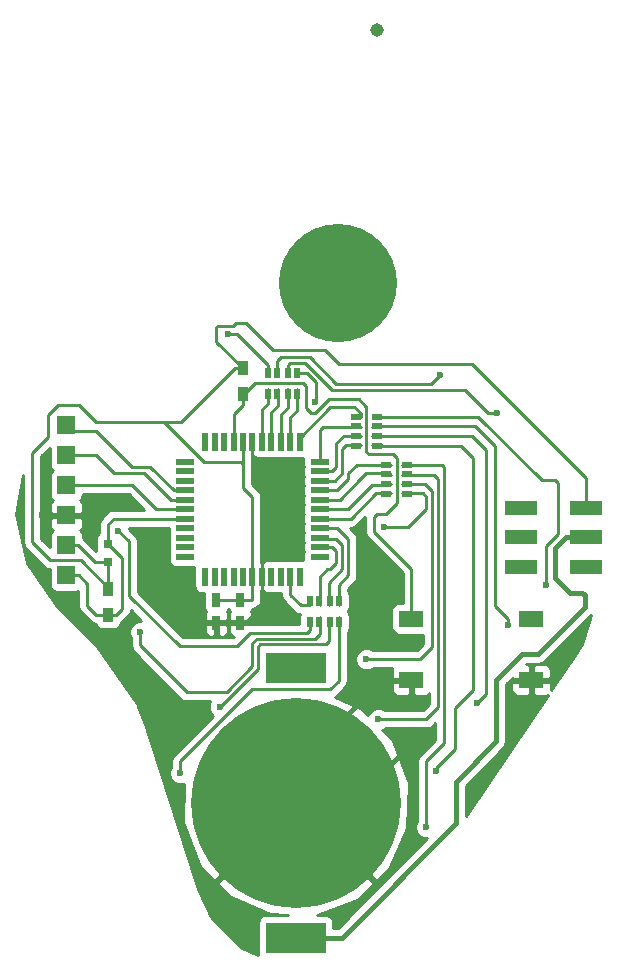
<source format=gbr>
G04 #@! TF.FileFunction,Copper,L1,Top,Signal*
%FSLAX46Y46*%
G04 Gerber Fmt 4.6, Leading zero omitted, Abs format (unit mm)*
G04 Created by KiCad (PCBNEW 4.0.4-snap1-stable) date Wed May  1 15:14:01 2019*
%MOMM*%
%LPD*%
G01*
G04 APERTURE LIST*
%ADD10C,0.100000*%
%ADD11R,0.550000X1.500000*%
%ADD12R,1.500000X0.550000*%
%ADD13C,17.780000*%
%ADD14R,5.080000X2.540000*%
%ADD15R,1.524000X1.524000*%
%ADD16R,0.900000X1.200000*%
%ADD17R,0.750000X1.200000*%
%ADD18R,0.797560X0.797560*%
%ADD19R,0.510000X0.900000*%
%ADD20R,0.525000X0.900000*%
%ADD21R,0.900000X0.510000*%
%ADD22R,0.900000X0.525000*%
%ADD23R,2.750000X1.200000*%
%ADD24C,10.000000*%
%ADD25R,2.100000X1.400000*%
%ADD26C,1.143000*%
%ADD27C,0.600000*%
%ADD28C,0.400000*%
%ADD29C,0.250000*%
%ADD30C,0.254000*%
G04 APERTURE END LIST*
D10*
D11*
X151320000Y-114696000D03*
X150520000Y-114696000D03*
X149720000Y-114696000D03*
X148920000Y-114696000D03*
X148120000Y-114696000D03*
X147320000Y-114696000D03*
X146520000Y-114696000D03*
X145720000Y-114696000D03*
X144920000Y-114696000D03*
X144120000Y-114696000D03*
X143320000Y-114696000D03*
D12*
X141620000Y-116396000D03*
X141620000Y-117196000D03*
X141620000Y-117996000D03*
X141620000Y-118796000D03*
X141620000Y-119596000D03*
X141620000Y-120396000D03*
X141620000Y-121196000D03*
X141620000Y-121996000D03*
X141620000Y-122796000D03*
X141620000Y-123596000D03*
X141620000Y-124396000D03*
D11*
X143320000Y-126096000D03*
X144120000Y-126096000D03*
X144920000Y-126096000D03*
X145720000Y-126096000D03*
X146520000Y-126096000D03*
X147320000Y-126096000D03*
X148120000Y-126096000D03*
X148920000Y-126096000D03*
X149720000Y-126096000D03*
X150520000Y-126096000D03*
X151320000Y-126096000D03*
D12*
X153020000Y-124396000D03*
X153020000Y-123596000D03*
X153020000Y-122796000D03*
X153020000Y-121996000D03*
X153020000Y-121196000D03*
X153020000Y-120396000D03*
X153020000Y-119596000D03*
X153020000Y-118796000D03*
X153020000Y-117996000D03*
X153020000Y-117196000D03*
X153020000Y-116396000D03*
D13*
X150972520Y-145232120D03*
D14*
X150972520Y-133802120D03*
X150972520Y-156662120D03*
D15*
X131572000Y-125984000D03*
X131572000Y-123444000D03*
X131572000Y-120904000D03*
X131572000Y-118364000D03*
X131572000Y-115824000D03*
X131572000Y-113284000D03*
D16*
X135102600Y-127119200D03*
X135102600Y-129319200D03*
D17*
X146304000Y-128082000D03*
X146304000Y-129982000D03*
X144272000Y-128082000D03*
X144272000Y-129982000D03*
D16*
X146481800Y-108450200D03*
X146481800Y-110650200D03*
D18*
X135102600Y-123355100D03*
X135102600Y-124853700D03*
D19*
X148615000Y-108828000D03*
X148615000Y-110628000D03*
X149430000Y-108828000D03*
X149430000Y-110628000D03*
D20*
X150290000Y-108828000D03*
D19*
X150290000Y-110628000D03*
X151105000Y-108828000D03*
X151105000Y-110628000D03*
D21*
X158612000Y-119101000D03*
X160412000Y-119101000D03*
X158612000Y-118286000D03*
X160412000Y-118286000D03*
D22*
X158612000Y-117426000D03*
D21*
X160412000Y-117426000D03*
X158612000Y-116611000D03*
X160412000Y-116611000D03*
X156072000Y-115037000D03*
X157872000Y-115037000D03*
X156072000Y-114222000D03*
X157872000Y-114222000D03*
D22*
X156072000Y-113362000D03*
D21*
X157872000Y-113362000D03*
X156072000Y-112547000D03*
X157872000Y-112547000D03*
D19*
X152171000Y-128132000D03*
X152171000Y-129932000D03*
X152986000Y-128132000D03*
X152986000Y-129932000D03*
D20*
X153846000Y-128132000D03*
D19*
X153846000Y-129932000D03*
X154661000Y-128132000D03*
X154661000Y-129932000D03*
D23*
X170046200Y-125258200D03*
X175546200Y-125258200D03*
X170046200Y-122758200D03*
X175546200Y-122758200D03*
X170046200Y-120258200D03*
X175546200Y-120258200D03*
D24*
X154533600Y-101269800D03*
D25*
X160787000Y-129657800D03*
X170937000Y-129657800D03*
X160787000Y-134857800D03*
X170937000Y-134857800D03*
D26*
X157861000Y-79781400D03*
D27*
X149453600Y-121081800D03*
X169849800Y-137591800D03*
X142570200Y-129413000D03*
X160401000Y-140589000D03*
X129540000Y-120904000D03*
X141224000Y-142748000D03*
X172135800Y-126796800D03*
X162052000Y-147320000D03*
X145262600Y-105537000D03*
X144551400Y-137109200D03*
X168986200Y-130225800D03*
X157988000Y-138176000D03*
X163195000Y-109042200D03*
X137795000Y-130784600D03*
X166319200Y-136829800D03*
X156972000Y-133096000D03*
X168046400Y-112242600D03*
X135966200Y-122199400D03*
X162864800Y-142595600D03*
X158496000Y-121920000D03*
X152577800Y-111328200D03*
D28*
X150972520Y-156662120D02*
X154868880Y-156662120D01*
X173837600Y-122758200D02*
X175546200Y-122758200D01*
X172897800Y-123698000D02*
X173837600Y-122758200D01*
X172897800Y-126212600D02*
X172897800Y-123698000D01*
X174167800Y-127482600D02*
X172897800Y-126212600D01*
X175260000Y-127482600D02*
X174167800Y-127482600D01*
X175463200Y-127685800D02*
X175260000Y-127482600D01*
X175463200Y-128701800D02*
X175463200Y-127685800D01*
X171500800Y-132664200D02*
X175463200Y-128701800D01*
X170154600Y-132664200D02*
X171500800Y-132664200D01*
X167970200Y-134848600D02*
X170154600Y-132664200D01*
X167970200Y-140055600D02*
X167970200Y-134848600D01*
X164566600Y-143459200D02*
X167970200Y-140055600D01*
X164566600Y-146964400D02*
X164566600Y-143459200D01*
X154868880Y-156662120D02*
X164566600Y-146964400D01*
D29*
X150972520Y-133802120D02*
X150058120Y-133802120D01*
D28*
X148120000Y-122275600D02*
X148259800Y-122275600D01*
X148259800Y-122275600D02*
X149453600Y-121081800D01*
X170937000Y-134857800D02*
X170937000Y-136824800D01*
X170170000Y-137591800D02*
X169849800Y-137591800D01*
X170937000Y-136824800D02*
X170170000Y-137591800D01*
X160787000Y-134857800D02*
X158283600Y-134857800D01*
X158283600Y-134857800D02*
X150972520Y-142168880D01*
X150972520Y-142168880D02*
X150972520Y-145232120D01*
X144272000Y-129982000D02*
X143139200Y-129982000D01*
X143139200Y-129982000D02*
X142570200Y-129413000D01*
X150972520Y-145232120D02*
X155757880Y-145232120D01*
X155757880Y-145232120D02*
X160401000Y-140589000D01*
X150972520Y-145232120D02*
X154843480Y-145232120D01*
X131572000Y-120904000D02*
X129540000Y-120904000D01*
D29*
X146304000Y-129982000D02*
X144272000Y-129982000D01*
X148120000Y-126096000D02*
X148120000Y-128545602D01*
X146683602Y-129982000D02*
X146304000Y-129982000D01*
X148120000Y-128545602D02*
X146683602Y-129982000D01*
X148120000Y-126096000D02*
X148120000Y-122275600D01*
X148120000Y-122275600D02*
X148120000Y-118656000D01*
X147320000Y-117856000D02*
X147320000Y-114696000D01*
X148120000Y-118656000D02*
X147320000Y-117856000D01*
X131572000Y-120904000D02*
X131064000Y-120904000D01*
X154616000Y-129532000D02*
X154616000Y-134944000D01*
X141224000Y-141732000D02*
X141224000Y-142748000D01*
X147320000Y-135636000D02*
X141224000Y-141732000D01*
X153924000Y-135636000D02*
X147320000Y-135636000D01*
X154616000Y-134944000D02*
X153924000Y-135636000D01*
X157872000Y-112547000D02*
X166395000Y-112547000D01*
X172135800Y-123469400D02*
X172135800Y-126796800D01*
X173151800Y-122453400D02*
X172135800Y-123469400D01*
X173151800Y-118160800D02*
X173151800Y-122453400D01*
X172948600Y-117957600D02*
X173151800Y-118160800D01*
X171805600Y-117957600D02*
X172948600Y-117957600D01*
X166395000Y-112547000D02*
X171805600Y-117957600D01*
X160012000Y-116656000D02*
X163392000Y-116656000D01*
X162052000Y-141732000D02*
X162052000Y-147320000D01*
X163576000Y-140208000D02*
X162052000Y-141732000D01*
X163576000Y-116840000D02*
X163576000Y-140208000D01*
X163392000Y-116656000D02*
X163576000Y-116840000D01*
X148622500Y-109103000D02*
X148622500Y-108160300D01*
X145999200Y-105537000D02*
X145262600Y-105537000D01*
X148622500Y-108160300D02*
X145999200Y-105537000D01*
X153828500Y-129657000D02*
X153828500Y-131540500D01*
X147777200Y-133883400D02*
X144551400Y-137109200D01*
X147777200Y-132029200D02*
X147777200Y-133883400D01*
X147980400Y-131826000D02*
X147777200Y-132029200D01*
X153543000Y-131826000D02*
X147980400Y-131826000D01*
X153828500Y-131540500D02*
X153543000Y-131826000D01*
X157872000Y-113362000D02*
X166168600Y-113362000D01*
X168986200Y-129667000D02*
X168986200Y-130225800D01*
X167868600Y-128549400D02*
X168986200Y-129667000D01*
X167868600Y-115062000D02*
X167868600Y-128549400D01*
X166168600Y-113362000D02*
X167868600Y-115062000D01*
X157472000Y-113392000D02*
X157880000Y-113392000D01*
X160012000Y-117456000D02*
X162668000Y-117456000D01*
X162052000Y-138176000D02*
X157988000Y-138176000D01*
X163068000Y-137160000D02*
X162052000Y-138176000D01*
X163068000Y-117856000D02*
X163068000Y-137160000D01*
X162668000Y-117456000D02*
X163068000Y-117856000D01*
X149430000Y-108828000D02*
X149430000Y-107846600D01*
X162458400Y-109778800D02*
X163195000Y-109042200D01*
X154432000Y-109778800D02*
X162458400Y-109778800D01*
X152178598Y-107525398D02*
X154432000Y-109778800D01*
X149751202Y-107525398D02*
X152178598Y-107525398D01*
X149430000Y-107846600D02*
X149751202Y-107525398D01*
X153003500Y-129657000D02*
X153003500Y-130943100D01*
X137795000Y-131927600D02*
X137795000Y-130784600D01*
X141757400Y-135890000D02*
X137795000Y-131927600D01*
X145134202Y-135890000D02*
X141757400Y-135890000D01*
X147320000Y-133704202D02*
X145134202Y-135890000D01*
X147320000Y-131749800D02*
X147320000Y-133704202D01*
X147701000Y-131368800D02*
X147320000Y-131749800D01*
X148089198Y-131368800D02*
X147701000Y-131368800D01*
X152577800Y-131368800D02*
X148089198Y-131368800D01*
X153003500Y-130943100D02*
X152577800Y-131368800D01*
X153016000Y-129532000D02*
X153016000Y-129940000D01*
X157872000Y-114222000D02*
X165936400Y-114222000D01*
X167081200Y-136067800D02*
X166319200Y-136829800D01*
X167081200Y-115366800D02*
X167081200Y-136067800D01*
X165936400Y-114222000D02*
X167081200Y-115366800D01*
X157472000Y-114192000D02*
X158096000Y-114192000D01*
X160012000Y-118256000D02*
X161944000Y-118256000D01*
X161544000Y-133096000D02*
X156972000Y-133096000D01*
X162560000Y-132080000D02*
X161544000Y-133096000D01*
X162560000Y-118872000D02*
X162560000Y-132080000D01*
X161944000Y-118256000D02*
X162560000Y-118872000D01*
X150290000Y-108828000D02*
X150290000Y-108155000D01*
X167284400Y-112242600D02*
X168046400Y-112242600D01*
X165328600Y-110286800D02*
X167284400Y-112242600D01*
X154076400Y-110286800D02*
X165328600Y-110286800D01*
X151765000Y-107975400D02*
X154076400Y-110286800D01*
X150469600Y-107975400D02*
X151765000Y-107975400D01*
X150290000Y-108155000D02*
X150469600Y-107975400D01*
X152178500Y-129657000D02*
X152178500Y-130650500D01*
X136880600Y-123113800D02*
X135966200Y-122199400D01*
X136880600Y-127736600D02*
X136880600Y-123113800D01*
X141147800Y-132003800D02*
X136880600Y-127736600D01*
X145999200Y-132003800D02*
X141147800Y-132003800D01*
X147116800Y-130886200D02*
X145999200Y-132003800D01*
X151942800Y-130886200D02*
X147116800Y-130886200D01*
X152178500Y-130650500D02*
X151942800Y-130886200D01*
X157872000Y-115037000D02*
X164998800Y-115037000D01*
X162864800Y-142265400D02*
X162864800Y-142595600D01*
X164439600Y-140690600D02*
X162864800Y-142265400D01*
X164439600Y-137236200D02*
X164439600Y-140690600D01*
X166014400Y-135661400D02*
X164439600Y-137236200D01*
X166014400Y-116052600D02*
X166014400Y-135661400D01*
X164998800Y-115037000D02*
X166014400Y-116052600D01*
X157472000Y-114992000D02*
X158312000Y-114992000D01*
X160012000Y-119056000D02*
X161728000Y-119056000D01*
X160528000Y-121920000D02*
X158496000Y-121920000D01*
X162052000Y-120396000D02*
X160528000Y-121920000D01*
X162052000Y-119380000D02*
X162052000Y-120396000D01*
X161728000Y-119056000D02*
X162052000Y-119380000D01*
X151105000Y-108828000D02*
X151931800Y-108828000D01*
X152704800Y-111201200D02*
X152577800Y-111328200D01*
X152704800Y-109601000D02*
X152704800Y-111201200D01*
X151931800Y-108828000D02*
X152704800Y-109601000D01*
X151105000Y-108828000D02*
X151169800Y-108828000D01*
X141620000Y-120396000D02*
X139192000Y-120396000D01*
X137160000Y-118364000D02*
X131572000Y-118364000D01*
X139192000Y-120396000D02*
X137160000Y-118364000D01*
X141620000Y-119596000D02*
X140424000Y-119596000D01*
X134112000Y-115824000D02*
X131572000Y-115824000D01*
X135636000Y-117348000D02*
X134112000Y-115824000D01*
X138176000Y-117348000D02*
X135636000Y-117348000D01*
X140424000Y-119596000D02*
X138176000Y-117348000D01*
X141620000Y-118796000D02*
X140640000Y-118796000D01*
X134112000Y-113792000D02*
X132080000Y-113792000D01*
X137160000Y-116840000D02*
X134112000Y-113792000D01*
X138684000Y-116840000D02*
X137160000Y-116840000D01*
X140640000Y-118796000D02*
X138684000Y-116840000D01*
X132080000Y-113792000D02*
X131572000Y-113284000D01*
X146481800Y-110650200D02*
X146601000Y-110650200D01*
X146601000Y-110650200D02*
X147548600Y-109702600D01*
X160787000Y-125481000D02*
X160787000Y-129657800D01*
X157607000Y-122301000D02*
X160787000Y-125481000D01*
X157607000Y-121081800D02*
X157607000Y-122301000D01*
X157886400Y-120802400D02*
X157607000Y-121081800D01*
X158623000Y-120802400D02*
X157886400Y-120802400D01*
X159537400Y-119888000D02*
X158623000Y-120802400D01*
X159537400Y-116052600D02*
X159537400Y-119888000D01*
X159207200Y-115722400D02*
X159537400Y-116052600D01*
X157148802Y-115722400D02*
X159207200Y-115722400D01*
X156972000Y-115545598D02*
X157148802Y-115722400D01*
X156972000Y-111760000D02*
X156972000Y-115545598D01*
X156311600Y-111099600D02*
X156972000Y-111760000D01*
X153797000Y-111099600D02*
X156311600Y-111099600D01*
X152654000Y-112242600D02*
X153797000Y-111099600D01*
X152273000Y-112242600D02*
X152654000Y-112242600D01*
X151892000Y-111861600D02*
X152273000Y-112242600D01*
X151892000Y-109956600D02*
X151892000Y-111861600D01*
X151638000Y-109702600D02*
X151892000Y-109956600D01*
X147548600Y-109702600D02*
X151638000Y-109702600D01*
X146481800Y-110650200D02*
X146159400Y-110650200D01*
X146481800Y-110650200D02*
X146481800Y-111531400D01*
X145720000Y-112293200D02*
X145720000Y-114696000D01*
X146481800Y-111531400D02*
X145720000Y-112293200D01*
X139852400Y-113004600D02*
X141274800Y-113004600D01*
X145829200Y-108450200D02*
X146481800Y-108450200D01*
X141274800Y-113004600D02*
X145829200Y-108450200D01*
X175546200Y-120258200D02*
X175546200Y-117786600D01*
X175546200Y-117786600D02*
X165887400Y-108127800D01*
X165887400Y-108127800D02*
X154686000Y-108127800D01*
X154686000Y-108127800D02*
X153466800Y-106908600D01*
X153466800Y-106908600D02*
X149072600Y-106908600D01*
X149072600Y-106908600D02*
X147091400Y-104927400D01*
X147091400Y-104927400D02*
X146812000Y-104648000D01*
X146812000Y-104648000D02*
X145897600Y-104648000D01*
X145897600Y-104648000D02*
X145694400Y-104851200D01*
X145694400Y-104851200D02*
X144424400Y-104851200D01*
X144424400Y-104851200D02*
X144272000Y-105003600D01*
X144272000Y-105003600D02*
X144272000Y-106240400D01*
X144272000Y-106240400D02*
X146481800Y-108450200D01*
X134061200Y-113004600D02*
X139852400Y-113004600D01*
X132638800Y-111582200D02*
X134061200Y-113004600D01*
X130860800Y-111582200D02*
X132638800Y-111582200D01*
X130022600Y-112420400D02*
X130860800Y-111582200D01*
X130022600Y-114249200D02*
X130022600Y-112420400D01*
X128676400Y-115595400D02*
X130022600Y-114249200D01*
X128676400Y-123190000D02*
X128676400Y-115595400D01*
X130200400Y-124714000D02*
X128676400Y-123190000D01*
X135102600Y-127119200D02*
X135102600Y-127025400D01*
X135102600Y-127025400D02*
X132791200Y-124714000D01*
X146354800Y-116408200D02*
X146520000Y-116573400D01*
X143256000Y-116408200D02*
X146354800Y-116408200D01*
X139852400Y-113004600D02*
X143256000Y-116408200D01*
X132791200Y-124714000D02*
X130200400Y-124714000D01*
X135102600Y-124853700D02*
X135102600Y-127119200D01*
X131572000Y-123444000D02*
X132562600Y-123444000D01*
X133972300Y-124853700D02*
X135102600Y-124853700D01*
X132562600Y-123444000D02*
X133972300Y-124853700D01*
X146812000Y-108204000D02*
X146812000Y-108120000D01*
X146304000Y-128082000D02*
X144272000Y-128082000D01*
X147320000Y-126096000D02*
X147320000Y-128016000D01*
X147254000Y-128082000D02*
X146304000Y-128082000D01*
X147320000Y-128016000D02*
X147254000Y-128082000D01*
X147320000Y-126096000D02*
X147320000Y-119380000D01*
X146520000Y-118580000D02*
X146520000Y-116573400D01*
X146520000Y-116573400D02*
X146520000Y-114696000D01*
X147320000Y-119380000D02*
X146520000Y-118580000D01*
X148120000Y-114696000D02*
X148120000Y-111976000D01*
X148660000Y-111436000D02*
X148660000Y-110228000D01*
X148120000Y-111976000D02*
X148660000Y-111436000D01*
X148920000Y-114696000D02*
X148920000Y-112192000D01*
X149460000Y-111652000D02*
X149460000Y-110228000D01*
X148920000Y-112192000D02*
X149460000Y-111652000D01*
X149720000Y-114696000D02*
X149720000Y-112408000D01*
X150368000Y-111760000D02*
X150368000Y-110236000D01*
X149720000Y-112408000D02*
X150368000Y-111760000D01*
X150368000Y-110236000D02*
X150260000Y-110228000D01*
X150520000Y-114696000D02*
X150520000Y-112624000D01*
X151060000Y-112084000D02*
X151060000Y-110228000D01*
X150520000Y-112624000D02*
X151060000Y-112084000D01*
X153020000Y-121196000D02*
X155664000Y-121196000D01*
X157804000Y-119056000D02*
X159012000Y-119056000D01*
X155664000Y-121196000D02*
X157804000Y-119056000D01*
X153020000Y-120396000D02*
X154432000Y-120396000D01*
X157480000Y-118364000D02*
X158904000Y-118364000D01*
X155448000Y-120396000D02*
X157480000Y-118364000D01*
X154432000Y-120396000D02*
X155448000Y-120396000D01*
X158904000Y-118364000D02*
X159012000Y-118256000D01*
X153020000Y-119596000D02*
X154724000Y-119596000D01*
X156972000Y-117348000D02*
X158904000Y-117348000D01*
X156464000Y-117856000D02*
X156972000Y-117348000D01*
X154724000Y-119596000D02*
X156464000Y-117856000D01*
X158904000Y-117348000D02*
X159012000Y-117456000D01*
X153020000Y-118796000D02*
X154508000Y-118796000D01*
X156140000Y-116656000D02*
X159012000Y-116656000D01*
X155448000Y-117348000D02*
X156140000Y-116656000D01*
X155448000Y-117856000D02*
X155448000Y-117348000D01*
X154508000Y-118796000D02*
X155448000Y-117856000D01*
X153020000Y-117996000D02*
X154292000Y-117996000D01*
X155264000Y-114992000D02*
X156472000Y-114992000D01*
X154940000Y-115316000D02*
X155264000Y-114992000D01*
X154940000Y-115824000D02*
X154940000Y-115316000D01*
X154940000Y-117348000D02*
X154940000Y-115824000D01*
X154292000Y-117996000D02*
X154940000Y-117348000D01*
X153020000Y-117196000D02*
X154076000Y-117196000D01*
X155048000Y-114192000D02*
X156472000Y-114192000D01*
X154432000Y-114808000D02*
X155048000Y-114192000D01*
X154432000Y-116840000D02*
X154432000Y-114808000D01*
X154076000Y-117196000D02*
X154432000Y-116840000D01*
X153020000Y-116396000D02*
X153020000Y-113680000D01*
X153308000Y-113392000D02*
X156472000Y-113392000D01*
X153020000Y-113680000D02*
X153308000Y-113392000D01*
X151320000Y-114696000D02*
X151320000Y-114364000D01*
X151320000Y-114364000D02*
X153924000Y-111760000D01*
X153924000Y-111760000D02*
X155956000Y-111760000D01*
X155956000Y-111760000D02*
X156472000Y-112276000D01*
X156472000Y-112276000D02*
X156472000Y-112592000D01*
X152216000Y-128532000D02*
X151392000Y-128532000D01*
X150520000Y-127660000D02*
X150520000Y-126096000D01*
X151392000Y-128532000D02*
X150520000Y-127660000D01*
X153016000Y-128532000D02*
X153016000Y-126092000D01*
X154076000Y-123596000D02*
X153020000Y-123596000D01*
X154432000Y-123952000D02*
X154076000Y-123596000D01*
X154432000Y-124968000D02*
X154432000Y-123952000D01*
X153924000Y-125476000D02*
X154432000Y-124968000D01*
X153632000Y-125476000D02*
X153924000Y-125476000D01*
X153016000Y-126092000D02*
X153632000Y-125476000D01*
X153816000Y-128532000D02*
X153816000Y-126600000D01*
X154432000Y-122936000D02*
X153160000Y-122936000D01*
X154940000Y-123444000D02*
X154432000Y-122936000D01*
X154940000Y-124460000D02*
X154940000Y-123444000D01*
X154940000Y-125476000D02*
X154940000Y-124460000D01*
X153816000Y-126600000D02*
X154940000Y-125476000D01*
X153160000Y-122936000D02*
X153020000Y-122796000D01*
X153020000Y-121996000D02*
X154508000Y-121996000D01*
X154616000Y-126816000D02*
X154616000Y-128532000D01*
X155448000Y-125984000D02*
X154616000Y-126816000D01*
X155448000Y-122936000D02*
X155448000Y-125984000D01*
X154508000Y-121996000D02*
X155448000Y-122936000D01*
X135102600Y-129319200D02*
X135806000Y-129319200D01*
X136296400Y-124548900D02*
X135102600Y-123355100D01*
X136296400Y-128828800D02*
X136296400Y-124548900D01*
X135806000Y-129319200D02*
X136296400Y-128828800D01*
X131572000Y-125984000D02*
X131191000Y-125984000D01*
X135102600Y-123355100D02*
X135102600Y-121666000D01*
X135102600Y-121666000D02*
X135572600Y-121196000D01*
X135572600Y-121196000D02*
X141620000Y-121196000D01*
X131572000Y-125984000D02*
X132613400Y-125984000D01*
X134094400Y-129319200D02*
X135102600Y-129319200D01*
X133324600Y-128549400D02*
X134094400Y-129319200D01*
X133324600Y-126695200D02*
X133324600Y-128549400D01*
X132613400Y-125984000D02*
X133324600Y-126695200D01*
D30*
G36*
X127916400Y-123190000D02*
X127974252Y-123480839D01*
X128138999Y-123727401D01*
X129662999Y-125251401D01*
X129909560Y-125416148D01*
X129948065Y-125423807D01*
X130162560Y-125466473D01*
X130162560Y-126746000D01*
X130206838Y-126981317D01*
X130345910Y-127197441D01*
X130558110Y-127342431D01*
X130810000Y-127393440D01*
X132334000Y-127393440D01*
X132564600Y-127350050D01*
X132564600Y-128549400D01*
X132622452Y-128840239D01*
X132787199Y-129086801D01*
X133556999Y-129856601D01*
X133803561Y-130021348D01*
X134032967Y-130066980D01*
X134049438Y-130154517D01*
X134188510Y-130370641D01*
X134400710Y-130515631D01*
X134652600Y-130566640D01*
X135552600Y-130566640D01*
X135787917Y-130522362D01*
X136004041Y-130383290D01*
X136149031Y-130171090D01*
X136192267Y-129957585D01*
X136343401Y-129856601D01*
X136833801Y-129366201D01*
X136998548Y-129119640D01*
X137030119Y-128960921D01*
X137918905Y-129849707D01*
X137609833Y-129849438D01*
X137266057Y-129991483D01*
X137002808Y-130254273D01*
X136860162Y-130597801D01*
X136859838Y-130969767D01*
X137001883Y-131313543D01*
X137035000Y-131346718D01*
X137035000Y-131927600D01*
X137092852Y-132218439D01*
X137257599Y-132465001D01*
X141219999Y-136427401D01*
X141466561Y-136592148D01*
X141757400Y-136650000D01*
X143729673Y-136650000D01*
X143616562Y-136922401D01*
X143616238Y-137294367D01*
X143758283Y-137638143D01*
X144000458Y-137880740D01*
X140686599Y-141194599D01*
X140521852Y-141441161D01*
X140464000Y-141732000D01*
X140464000Y-142185537D01*
X140431808Y-142217673D01*
X140289162Y-142561201D01*
X140288838Y-142933167D01*
X140430883Y-143276943D01*
X140693673Y-143540192D01*
X141037201Y-143682838D01*
X141409167Y-143683162D01*
X141485660Y-143651556D01*
X141401167Y-146876656D01*
X142759079Y-150414272D01*
X143041689Y-150837226D01*
X144128425Y-151896610D01*
X150792915Y-145232120D01*
X150778773Y-145217978D01*
X150958378Y-145038373D01*
X150972520Y-145052515D01*
X150986663Y-145038373D01*
X151166268Y-145217978D01*
X151152125Y-145232120D01*
X157816615Y-151896610D01*
X158903351Y-150837226D01*
X160444633Y-147375565D01*
X160543873Y-143587584D01*
X159185961Y-140049968D01*
X158903351Y-139627014D01*
X158314342Y-139052830D01*
X158516943Y-138969117D01*
X158550118Y-138936000D01*
X162052000Y-138936000D01*
X162342839Y-138878148D01*
X162589401Y-138713401D01*
X162816000Y-138486802D01*
X162816000Y-139893198D01*
X161514599Y-141194599D01*
X161349852Y-141441161D01*
X161292000Y-141732000D01*
X161292000Y-146757537D01*
X161259808Y-146789673D01*
X161117162Y-147133201D01*
X161116838Y-147505167D01*
X161258883Y-147848943D01*
X161521673Y-148112192D01*
X161865201Y-148254838D01*
X162095094Y-148255038D01*
X154523012Y-155827120D01*
X154159960Y-155827120D01*
X154159960Y-155392120D01*
X154115682Y-155156803D01*
X153976610Y-154940679D01*
X153764410Y-154795689D01*
X153512520Y-154744680D01*
X152770223Y-154744680D01*
X156154672Y-153445561D01*
X156577626Y-153162951D01*
X157637010Y-152076215D01*
X150972520Y-145411725D01*
X144308030Y-152076215D01*
X145367414Y-153162951D01*
X148829075Y-154704233D01*
X150372933Y-154744680D01*
X148432520Y-154744680D01*
X148197203Y-154788958D01*
X147981079Y-154928030D01*
X147836089Y-155140230D01*
X147785080Y-155392120D01*
X147785080Y-157932120D01*
X147825295Y-158145845D01*
X146439329Y-157565487D01*
X143824424Y-154930337D01*
X142685976Y-152556445D01*
X138218201Y-138567951D01*
X138210029Y-138553186D01*
X138207318Y-138536529D01*
X137672164Y-137104783D01*
X137628024Y-137033439D01*
X137594870Y-136956368D01*
X134112234Y-131894064D01*
X134063890Y-131847012D01*
X134025648Y-131791424D01*
X130679294Y-128534534D01*
X128210865Y-124946465D01*
X127317763Y-120754180D01*
X127916400Y-117515956D01*
X127916400Y-123190000D01*
X127916400Y-123190000D01*
G37*
X127916400Y-123190000D02*
X127974252Y-123480839D01*
X128138999Y-123727401D01*
X129662999Y-125251401D01*
X129909560Y-125416148D01*
X129948065Y-125423807D01*
X130162560Y-125466473D01*
X130162560Y-126746000D01*
X130206838Y-126981317D01*
X130345910Y-127197441D01*
X130558110Y-127342431D01*
X130810000Y-127393440D01*
X132334000Y-127393440D01*
X132564600Y-127350050D01*
X132564600Y-128549400D01*
X132622452Y-128840239D01*
X132787199Y-129086801D01*
X133556999Y-129856601D01*
X133803561Y-130021348D01*
X134032967Y-130066980D01*
X134049438Y-130154517D01*
X134188510Y-130370641D01*
X134400710Y-130515631D01*
X134652600Y-130566640D01*
X135552600Y-130566640D01*
X135787917Y-130522362D01*
X136004041Y-130383290D01*
X136149031Y-130171090D01*
X136192267Y-129957585D01*
X136343401Y-129856601D01*
X136833801Y-129366201D01*
X136998548Y-129119640D01*
X137030119Y-128960921D01*
X137918905Y-129849707D01*
X137609833Y-129849438D01*
X137266057Y-129991483D01*
X137002808Y-130254273D01*
X136860162Y-130597801D01*
X136859838Y-130969767D01*
X137001883Y-131313543D01*
X137035000Y-131346718D01*
X137035000Y-131927600D01*
X137092852Y-132218439D01*
X137257599Y-132465001D01*
X141219999Y-136427401D01*
X141466561Y-136592148D01*
X141757400Y-136650000D01*
X143729673Y-136650000D01*
X143616562Y-136922401D01*
X143616238Y-137294367D01*
X143758283Y-137638143D01*
X144000458Y-137880740D01*
X140686599Y-141194599D01*
X140521852Y-141441161D01*
X140464000Y-141732000D01*
X140464000Y-142185537D01*
X140431808Y-142217673D01*
X140289162Y-142561201D01*
X140288838Y-142933167D01*
X140430883Y-143276943D01*
X140693673Y-143540192D01*
X141037201Y-143682838D01*
X141409167Y-143683162D01*
X141485660Y-143651556D01*
X141401167Y-146876656D01*
X142759079Y-150414272D01*
X143041689Y-150837226D01*
X144128425Y-151896610D01*
X150792915Y-145232120D01*
X150778773Y-145217978D01*
X150958378Y-145038373D01*
X150972520Y-145052515D01*
X150986663Y-145038373D01*
X151166268Y-145217978D01*
X151152125Y-145232120D01*
X157816615Y-151896610D01*
X158903351Y-150837226D01*
X160444633Y-147375565D01*
X160543873Y-143587584D01*
X159185961Y-140049968D01*
X158903351Y-139627014D01*
X158314342Y-139052830D01*
X158516943Y-138969117D01*
X158550118Y-138936000D01*
X162052000Y-138936000D01*
X162342839Y-138878148D01*
X162589401Y-138713401D01*
X162816000Y-138486802D01*
X162816000Y-139893198D01*
X161514599Y-141194599D01*
X161349852Y-141441161D01*
X161292000Y-141732000D01*
X161292000Y-146757537D01*
X161259808Y-146789673D01*
X161117162Y-147133201D01*
X161116838Y-147505167D01*
X161258883Y-147848943D01*
X161521673Y-148112192D01*
X161865201Y-148254838D01*
X162095094Y-148255038D01*
X154523012Y-155827120D01*
X154159960Y-155827120D01*
X154159960Y-155392120D01*
X154115682Y-155156803D01*
X153976610Y-154940679D01*
X153764410Y-154795689D01*
X153512520Y-154744680D01*
X152770223Y-154744680D01*
X156154672Y-153445561D01*
X156577626Y-153162951D01*
X157637010Y-152076215D01*
X150972520Y-145411725D01*
X144308030Y-152076215D01*
X145367414Y-153162951D01*
X148829075Y-154704233D01*
X150372933Y-154744680D01*
X148432520Y-154744680D01*
X148197203Y-154788958D01*
X147981079Y-154928030D01*
X147836089Y-155140230D01*
X147785080Y-155392120D01*
X147785080Y-157932120D01*
X147825295Y-158145845D01*
X146439329Y-157565487D01*
X143824424Y-154930337D01*
X142685976Y-152556445D01*
X138218201Y-138567951D01*
X138210029Y-138553186D01*
X138207318Y-138536529D01*
X137672164Y-137104783D01*
X137628024Y-137033439D01*
X137594870Y-136956368D01*
X134112234Y-131894064D01*
X134063890Y-131847012D01*
X134025648Y-131791424D01*
X130679294Y-128534534D01*
X128210865Y-124946465D01*
X127317763Y-120754180D01*
X127916400Y-117515956D01*
X127916400Y-123190000D01*
G36*
X175195119Y-131775491D02*
X174621698Y-132694479D01*
X172622000Y-135662400D01*
X172622000Y-135143550D01*
X172463250Y-134984800D01*
X171064000Y-134984800D01*
X171064000Y-136034050D01*
X171222750Y-136192800D01*
X172113309Y-136192800D01*
X172323213Y-136105855D01*
X165401600Y-146378803D01*
X165401600Y-143805068D01*
X168560634Y-140646034D01*
X168658986Y-140498840D01*
X168741639Y-140375141D01*
X168805200Y-140055600D01*
X168805200Y-135194468D01*
X168856118Y-135143550D01*
X169252000Y-135143550D01*
X169252000Y-135684110D01*
X169348673Y-135917499D01*
X169527302Y-136096127D01*
X169760691Y-136192800D01*
X170651250Y-136192800D01*
X170810000Y-136034050D01*
X170810000Y-134984800D01*
X169410750Y-134984800D01*
X169252000Y-135143550D01*
X168856118Y-135143550D01*
X169339809Y-134659859D01*
X169410750Y-134730800D01*
X170810000Y-134730800D01*
X170810000Y-133681550D01*
X171064000Y-133681550D01*
X171064000Y-134730800D01*
X172463250Y-134730800D01*
X172622000Y-134572050D01*
X172622000Y-134031490D01*
X172525327Y-133798101D01*
X172346698Y-133619473D01*
X172113309Y-133522800D01*
X171222750Y-133522800D01*
X171064000Y-133681550D01*
X170810000Y-133681550D01*
X170651250Y-133522800D01*
X170476868Y-133522800D01*
X170500468Y-133499200D01*
X171500800Y-133499200D01*
X171820341Y-133435639D01*
X172091234Y-133254634D01*
X176026801Y-129319067D01*
X175195119Y-131775491D01*
X175195119Y-131775491D01*
G37*
X175195119Y-131775491D02*
X174621698Y-132694479D01*
X172622000Y-135662400D01*
X172622000Y-135143550D01*
X172463250Y-134984800D01*
X171064000Y-134984800D01*
X171064000Y-136034050D01*
X171222750Y-136192800D01*
X172113309Y-136192800D01*
X172323213Y-136105855D01*
X165401600Y-146378803D01*
X165401600Y-143805068D01*
X168560634Y-140646034D01*
X168658986Y-140498840D01*
X168741639Y-140375141D01*
X168805200Y-140055600D01*
X168805200Y-135194468D01*
X168856118Y-135143550D01*
X169252000Y-135143550D01*
X169252000Y-135684110D01*
X169348673Y-135917499D01*
X169527302Y-136096127D01*
X169760691Y-136192800D01*
X170651250Y-136192800D01*
X170810000Y-136034050D01*
X170810000Y-134984800D01*
X169410750Y-134984800D01*
X169252000Y-135143550D01*
X168856118Y-135143550D01*
X169339809Y-134659859D01*
X169410750Y-134730800D01*
X170810000Y-134730800D01*
X170810000Y-133681550D01*
X171064000Y-133681550D01*
X171064000Y-134730800D01*
X172463250Y-134730800D01*
X172622000Y-134572050D01*
X172622000Y-134031490D01*
X172525327Y-133798101D01*
X172346698Y-133619473D01*
X172113309Y-133522800D01*
X171222750Y-133522800D01*
X171064000Y-133681550D01*
X170810000Y-133681550D01*
X170651250Y-133522800D01*
X170476868Y-133522800D01*
X170500468Y-133499200D01*
X171500800Y-133499200D01*
X171820341Y-133435639D01*
X172091234Y-133254634D01*
X176026801Y-129319067D01*
X175195119Y-131775491D01*
G36*
X156847000Y-122301000D02*
X156904852Y-122591839D01*
X157069599Y-122838401D01*
X160027000Y-125795802D01*
X160027000Y-128310360D01*
X159737000Y-128310360D01*
X159501683Y-128354638D01*
X159285559Y-128493710D01*
X159140569Y-128705910D01*
X159089560Y-128957800D01*
X159089560Y-130357800D01*
X159133838Y-130593117D01*
X159272910Y-130809241D01*
X159485110Y-130954231D01*
X159737000Y-131005240D01*
X161800000Y-131005240D01*
X161800000Y-131765198D01*
X161229198Y-132336000D01*
X157534463Y-132336000D01*
X157502327Y-132303808D01*
X157158799Y-132161162D01*
X156786833Y-132160838D01*
X156443057Y-132302883D01*
X156179808Y-132565673D01*
X156037162Y-132909201D01*
X156036838Y-133281167D01*
X156178883Y-133624943D01*
X156441673Y-133888192D01*
X156785201Y-134030838D01*
X157157167Y-134031162D01*
X157500943Y-133889117D01*
X157534118Y-133856000D01*
X159174690Y-133856000D01*
X159102000Y-134031490D01*
X159102000Y-134572050D01*
X159260750Y-134730800D01*
X160660000Y-134730800D01*
X160660000Y-134710800D01*
X160914000Y-134710800D01*
X160914000Y-134730800D01*
X160934000Y-134730800D01*
X160934000Y-134984800D01*
X160914000Y-134984800D01*
X160914000Y-136034050D01*
X161072750Y-136192800D01*
X161963309Y-136192800D01*
X162196698Y-136096127D01*
X162308000Y-135984826D01*
X162308000Y-136845198D01*
X161737198Y-137416000D01*
X158550463Y-137416000D01*
X158518327Y-137383808D01*
X158174799Y-137241162D01*
X157802833Y-137240838D01*
X157459057Y-137382883D01*
X157195808Y-137645673D01*
X157111430Y-137848876D01*
X156577626Y-137301289D01*
X154294660Y-136284813D01*
X154461401Y-136173401D01*
X155153401Y-135481401D01*
X155318148Y-135234839D01*
X155336306Y-135143550D01*
X159102000Y-135143550D01*
X159102000Y-135684110D01*
X159198673Y-135917499D01*
X159377302Y-136096127D01*
X159610691Y-136192800D01*
X160501250Y-136192800D01*
X160660000Y-136034050D01*
X160660000Y-134984800D01*
X159260750Y-134984800D01*
X159102000Y-135143550D01*
X155336306Y-135143550D01*
X155376000Y-134944000D01*
X155376000Y-130833563D01*
X155512431Y-130633890D01*
X155563440Y-130382000D01*
X155563440Y-129482000D01*
X155519162Y-129246683D01*
X155380090Y-129030559D01*
X155378701Y-129029610D01*
X155512431Y-128833890D01*
X155563440Y-128582000D01*
X155563440Y-127682000D01*
X155519162Y-127446683D01*
X155380090Y-127230559D01*
X155376000Y-127227764D01*
X155376000Y-127130802D01*
X155985401Y-126521401D01*
X156150148Y-126274839D01*
X156208000Y-125984000D01*
X156208000Y-122936000D01*
X156150148Y-122645161D01*
X155985401Y-122398599D01*
X155542802Y-121956000D01*
X155664000Y-121956000D01*
X155954839Y-121898148D01*
X156201401Y-121733401D01*
X156847000Y-121087802D01*
X156847000Y-122301000D01*
X156847000Y-122301000D01*
G37*
X156847000Y-122301000D02*
X156904852Y-122591839D01*
X157069599Y-122838401D01*
X160027000Y-125795802D01*
X160027000Y-128310360D01*
X159737000Y-128310360D01*
X159501683Y-128354638D01*
X159285559Y-128493710D01*
X159140569Y-128705910D01*
X159089560Y-128957800D01*
X159089560Y-130357800D01*
X159133838Y-130593117D01*
X159272910Y-130809241D01*
X159485110Y-130954231D01*
X159737000Y-131005240D01*
X161800000Y-131005240D01*
X161800000Y-131765198D01*
X161229198Y-132336000D01*
X157534463Y-132336000D01*
X157502327Y-132303808D01*
X157158799Y-132161162D01*
X156786833Y-132160838D01*
X156443057Y-132302883D01*
X156179808Y-132565673D01*
X156037162Y-132909201D01*
X156036838Y-133281167D01*
X156178883Y-133624943D01*
X156441673Y-133888192D01*
X156785201Y-134030838D01*
X157157167Y-134031162D01*
X157500943Y-133889117D01*
X157534118Y-133856000D01*
X159174690Y-133856000D01*
X159102000Y-134031490D01*
X159102000Y-134572050D01*
X159260750Y-134730800D01*
X160660000Y-134730800D01*
X160660000Y-134710800D01*
X160914000Y-134710800D01*
X160914000Y-134730800D01*
X160934000Y-134730800D01*
X160934000Y-134984800D01*
X160914000Y-134984800D01*
X160914000Y-136034050D01*
X161072750Y-136192800D01*
X161963309Y-136192800D01*
X162196698Y-136096127D01*
X162308000Y-135984826D01*
X162308000Y-136845198D01*
X161737198Y-137416000D01*
X158550463Y-137416000D01*
X158518327Y-137383808D01*
X158174799Y-137241162D01*
X157802833Y-137240838D01*
X157459057Y-137382883D01*
X157195808Y-137645673D01*
X157111430Y-137848876D01*
X156577626Y-137301289D01*
X154294660Y-136284813D01*
X154461401Y-136173401D01*
X155153401Y-135481401D01*
X155318148Y-135234839D01*
X155336306Y-135143550D01*
X159102000Y-135143550D01*
X159102000Y-135684110D01*
X159198673Y-135917499D01*
X159377302Y-136096127D01*
X159610691Y-136192800D01*
X160501250Y-136192800D01*
X160660000Y-136034050D01*
X160660000Y-134984800D01*
X159260750Y-134984800D01*
X159102000Y-135143550D01*
X155336306Y-135143550D01*
X155376000Y-134944000D01*
X155376000Y-130833563D01*
X155512431Y-130633890D01*
X155563440Y-130382000D01*
X155563440Y-129482000D01*
X155519162Y-129246683D01*
X155380090Y-129030559D01*
X155378701Y-129029610D01*
X155512431Y-128833890D01*
X155563440Y-128582000D01*
X155563440Y-127682000D01*
X155519162Y-127446683D01*
X155380090Y-127230559D01*
X155376000Y-127227764D01*
X155376000Y-127130802D01*
X155985401Y-126521401D01*
X156150148Y-126274839D01*
X156208000Y-125984000D01*
X156208000Y-122936000D01*
X156150148Y-122645161D01*
X155985401Y-122398599D01*
X155542802Y-121956000D01*
X155664000Y-121956000D01*
X155954839Y-121898148D01*
X156201401Y-121733401D01*
X156847000Y-121087802D01*
X156847000Y-122301000D01*
G36*
X140222560Y-122271000D02*
X140246944Y-122400589D01*
X140222560Y-122521000D01*
X140222560Y-123071000D01*
X140246944Y-123200589D01*
X140222560Y-123321000D01*
X140222560Y-123871000D01*
X140246944Y-124000589D01*
X140222560Y-124121000D01*
X140222560Y-124671000D01*
X140266838Y-124906317D01*
X140405910Y-125122441D01*
X140618110Y-125267431D01*
X140870000Y-125318440D01*
X142370000Y-125318440D01*
X142404454Y-125311957D01*
X142397560Y-125346000D01*
X142397560Y-126846000D01*
X142441838Y-127081317D01*
X142580910Y-127297441D01*
X142793110Y-127442431D01*
X143045000Y-127493440D01*
X143249560Y-127493440D01*
X143249560Y-128682000D01*
X143293838Y-128917317D01*
X143360329Y-129020646D01*
X143358673Y-129022302D01*
X143262000Y-129255691D01*
X143262000Y-129696250D01*
X143420750Y-129855000D01*
X144145000Y-129855000D01*
X144145000Y-129835000D01*
X144399000Y-129835000D01*
X144399000Y-129855000D01*
X145123250Y-129855000D01*
X145282000Y-129696250D01*
X145282000Y-129255691D01*
X145185327Y-129022302D01*
X145183957Y-129020932D01*
X145243431Y-128933890D01*
X145262039Y-128842000D01*
X145311666Y-128842000D01*
X145325838Y-128917317D01*
X145392329Y-129020646D01*
X145390673Y-129022302D01*
X145294000Y-129255691D01*
X145294000Y-129696250D01*
X145452750Y-129855000D01*
X146177000Y-129855000D01*
X146177000Y-129835000D01*
X146431000Y-129835000D01*
X146431000Y-129855000D01*
X147155250Y-129855000D01*
X147314000Y-129696250D01*
X147314000Y-129255691D01*
X147217327Y-129022302D01*
X147215957Y-129020932D01*
X147275431Y-128933890D01*
X147295720Y-128833701D01*
X147544839Y-128784148D01*
X147791401Y-128619401D01*
X147857401Y-128553401D01*
X148022148Y-128306839D01*
X148080000Y-128016000D01*
X148080000Y-127260975D01*
X148119884Y-127202603D01*
X148180910Y-127297441D01*
X148311245Y-127386495D01*
X148405750Y-127481000D01*
X148521310Y-127481000D01*
X148541753Y-127472532D01*
X148645000Y-127493440D01*
X149195000Y-127493440D01*
X149324589Y-127469056D01*
X149445000Y-127493440D01*
X149760000Y-127493440D01*
X149760000Y-127660000D01*
X149817852Y-127950839D01*
X149982599Y-128197401D01*
X150854599Y-129069401D01*
X151101160Y-129234148D01*
X151310326Y-129275754D01*
X151268560Y-129482000D01*
X151268560Y-130126200D01*
X147172450Y-130126200D01*
X147155250Y-130109000D01*
X146431000Y-130109000D01*
X146431000Y-130129000D01*
X146177000Y-130129000D01*
X146177000Y-130109000D01*
X145452750Y-130109000D01*
X145294000Y-130267750D01*
X145294000Y-130708309D01*
X145390673Y-130941698D01*
X145569301Y-131120327D01*
X145737995Y-131190203D01*
X145684398Y-131243800D01*
X141462602Y-131243800D01*
X140486552Y-130267750D01*
X143262000Y-130267750D01*
X143262000Y-130708309D01*
X143358673Y-130941698D01*
X143537301Y-131120327D01*
X143770690Y-131217000D01*
X143986250Y-131217000D01*
X144145000Y-131058250D01*
X144145000Y-130109000D01*
X144399000Y-130109000D01*
X144399000Y-131058250D01*
X144557750Y-131217000D01*
X144773310Y-131217000D01*
X145006699Y-131120327D01*
X145185327Y-130941698D01*
X145282000Y-130708309D01*
X145282000Y-130267750D01*
X145123250Y-130109000D01*
X144399000Y-130109000D01*
X144145000Y-130109000D01*
X143420750Y-130109000D01*
X143262000Y-130267750D01*
X140486552Y-130267750D01*
X137640600Y-127421798D01*
X137640600Y-123113800D01*
X137582748Y-122822961D01*
X137418001Y-122576399D01*
X136901322Y-122059720D01*
X136901362Y-122014233D01*
X136877301Y-121956000D01*
X140222560Y-121956000D01*
X140222560Y-122271000D01*
X140222560Y-122271000D01*
G37*
X140222560Y-122271000D02*
X140246944Y-122400589D01*
X140222560Y-122521000D01*
X140222560Y-123071000D01*
X140246944Y-123200589D01*
X140222560Y-123321000D01*
X140222560Y-123871000D01*
X140246944Y-124000589D01*
X140222560Y-124121000D01*
X140222560Y-124671000D01*
X140266838Y-124906317D01*
X140405910Y-125122441D01*
X140618110Y-125267431D01*
X140870000Y-125318440D01*
X142370000Y-125318440D01*
X142404454Y-125311957D01*
X142397560Y-125346000D01*
X142397560Y-126846000D01*
X142441838Y-127081317D01*
X142580910Y-127297441D01*
X142793110Y-127442431D01*
X143045000Y-127493440D01*
X143249560Y-127493440D01*
X143249560Y-128682000D01*
X143293838Y-128917317D01*
X143360329Y-129020646D01*
X143358673Y-129022302D01*
X143262000Y-129255691D01*
X143262000Y-129696250D01*
X143420750Y-129855000D01*
X144145000Y-129855000D01*
X144145000Y-129835000D01*
X144399000Y-129835000D01*
X144399000Y-129855000D01*
X145123250Y-129855000D01*
X145282000Y-129696250D01*
X145282000Y-129255691D01*
X145185327Y-129022302D01*
X145183957Y-129020932D01*
X145243431Y-128933890D01*
X145262039Y-128842000D01*
X145311666Y-128842000D01*
X145325838Y-128917317D01*
X145392329Y-129020646D01*
X145390673Y-129022302D01*
X145294000Y-129255691D01*
X145294000Y-129696250D01*
X145452750Y-129855000D01*
X146177000Y-129855000D01*
X146177000Y-129835000D01*
X146431000Y-129835000D01*
X146431000Y-129855000D01*
X147155250Y-129855000D01*
X147314000Y-129696250D01*
X147314000Y-129255691D01*
X147217327Y-129022302D01*
X147215957Y-129020932D01*
X147275431Y-128933890D01*
X147295720Y-128833701D01*
X147544839Y-128784148D01*
X147791401Y-128619401D01*
X147857401Y-128553401D01*
X148022148Y-128306839D01*
X148080000Y-128016000D01*
X148080000Y-127260975D01*
X148119884Y-127202603D01*
X148180910Y-127297441D01*
X148311245Y-127386495D01*
X148405750Y-127481000D01*
X148521310Y-127481000D01*
X148541753Y-127472532D01*
X148645000Y-127493440D01*
X149195000Y-127493440D01*
X149324589Y-127469056D01*
X149445000Y-127493440D01*
X149760000Y-127493440D01*
X149760000Y-127660000D01*
X149817852Y-127950839D01*
X149982599Y-128197401D01*
X150854599Y-129069401D01*
X151101160Y-129234148D01*
X151310326Y-129275754D01*
X151268560Y-129482000D01*
X151268560Y-130126200D01*
X147172450Y-130126200D01*
X147155250Y-130109000D01*
X146431000Y-130109000D01*
X146431000Y-130129000D01*
X146177000Y-130129000D01*
X146177000Y-130109000D01*
X145452750Y-130109000D01*
X145294000Y-130267750D01*
X145294000Y-130708309D01*
X145390673Y-130941698D01*
X145569301Y-131120327D01*
X145737995Y-131190203D01*
X145684398Y-131243800D01*
X141462602Y-131243800D01*
X140486552Y-130267750D01*
X143262000Y-130267750D01*
X143262000Y-130708309D01*
X143358673Y-130941698D01*
X143537301Y-131120327D01*
X143770690Y-131217000D01*
X143986250Y-131217000D01*
X144145000Y-131058250D01*
X144145000Y-130109000D01*
X144399000Y-130109000D01*
X144399000Y-131058250D01*
X144557750Y-131217000D01*
X144773310Y-131217000D01*
X145006699Y-131120327D01*
X145185327Y-130941698D01*
X145282000Y-130708309D01*
X145282000Y-130267750D01*
X145123250Y-130109000D01*
X144399000Y-130109000D01*
X144145000Y-130109000D01*
X143420750Y-130109000D01*
X143262000Y-130267750D01*
X140486552Y-130267750D01*
X137640600Y-127421798D01*
X137640600Y-123113800D01*
X137582748Y-122822961D01*
X137418001Y-122576399D01*
X136901322Y-122059720D01*
X136901362Y-122014233D01*
X136877301Y-121956000D01*
X140222560Y-121956000D01*
X140222560Y-122271000D01*
G36*
X147380910Y-115897441D02*
X147511245Y-115986495D01*
X147605750Y-116081000D01*
X147721310Y-116081000D01*
X147741753Y-116072532D01*
X147845000Y-116093440D01*
X148395000Y-116093440D01*
X148524589Y-116069056D01*
X148645000Y-116093440D01*
X149195000Y-116093440D01*
X149324589Y-116069056D01*
X149445000Y-116093440D01*
X149995000Y-116093440D01*
X150124589Y-116069056D01*
X150245000Y-116093440D01*
X150795000Y-116093440D01*
X150924589Y-116069056D01*
X151045000Y-116093440D01*
X151595000Y-116093440D01*
X151629454Y-116086957D01*
X151622560Y-116121000D01*
X151622560Y-116671000D01*
X151646944Y-116800589D01*
X151622560Y-116921000D01*
X151622560Y-117471000D01*
X151646944Y-117600589D01*
X151622560Y-117721000D01*
X151622560Y-118271000D01*
X151646944Y-118400589D01*
X151622560Y-118521000D01*
X151622560Y-119071000D01*
X151646944Y-119200589D01*
X151622560Y-119321000D01*
X151622560Y-119871000D01*
X151646944Y-120000589D01*
X151622560Y-120121000D01*
X151622560Y-120671000D01*
X151646944Y-120800589D01*
X151622560Y-120921000D01*
X151622560Y-121471000D01*
X151646944Y-121600589D01*
X151622560Y-121721000D01*
X151622560Y-122271000D01*
X151646944Y-122400589D01*
X151622560Y-122521000D01*
X151622560Y-123071000D01*
X151646944Y-123200589D01*
X151622560Y-123321000D01*
X151622560Y-123871000D01*
X151646944Y-124000589D01*
X151622560Y-124121000D01*
X151622560Y-124671000D01*
X151629043Y-124705454D01*
X151595000Y-124698560D01*
X151045000Y-124698560D01*
X150915411Y-124722944D01*
X150795000Y-124698560D01*
X150245000Y-124698560D01*
X150115411Y-124722944D01*
X149995000Y-124698560D01*
X149445000Y-124698560D01*
X149315411Y-124722944D01*
X149195000Y-124698560D01*
X148645000Y-124698560D01*
X148539295Y-124718450D01*
X148521310Y-124711000D01*
X148405750Y-124711000D01*
X148309349Y-124807401D01*
X148193559Y-124881910D01*
X148120116Y-124989397D01*
X148080000Y-124927054D01*
X148080000Y-119380000D01*
X148022148Y-119089161D01*
X147857401Y-118842599D01*
X147280000Y-118265198D01*
X147280000Y-115860975D01*
X147319884Y-115802603D01*
X147380910Y-115897441D01*
X147380910Y-115897441D01*
G37*
X147380910Y-115897441D02*
X147511245Y-115986495D01*
X147605750Y-116081000D01*
X147721310Y-116081000D01*
X147741753Y-116072532D01*
X147845000Y-116093440D01*
X148395000Y-116093440D01*
X148524589Y-116069056D01*
X148645000Y-116093440D01*
X149195000Y-116093440D01*
X149324589Y-116069056D01*
X149445000Y-116093440D01*
X149995000Y-116093440D01*
X150124589Y-116069056D01*
X150245000Y-116093440D01*
X150795000Y-116093440D01*
X150924589Y-116069056D01*
X151045000Y-116093440D01*
X151595000Y-116093440D01*
X151629454Y-116086957D01*
X151622560Y-116121000D01*
X151622560Y-116671000D01*
X151646944Y-116800589D01*
X151622560Y-116921000D01*
X151622560Y-117471000D01*
X151646944Y-117600589D01*
X151622560Y-117721000D01*
X151622560Y-118271000D01*
X151646944Y-118400589D01*
X151622560Y-118521000D01*
X151622560Y-119071000D01*
X151646944Y-119200589D01*
X151622560Y-119321000D01*
X151622560Y-119871000D01*
X151646944Y-120000589D01*
X151622560Y-120121000D01*
X151622560Y-120671000D01*
X151646944Y-120800589D01*
X151622560Y-120921000D01*
X151622560Y-121471000D01*
X151646944Y-121600589D01*
X151622560Y-121721000D01*
X151622560Y-122271000D01*
X151646944Y-122400589D01*
X151622560Y-122521000D01*
X151622560Y-123071000D01*
X151646944Y-123200589D01*
X151622560Y-123321000D01*
X151622560Y-123871000D01*
X151646944Y-124000589D01*
X151622560Y-124121000D01*
X151622560Y-124671000D01*
X151629043Y-124705454D01*
X151595000Y-124698560D01*
X151045000Y-124698560D01*
X150915411Y-124722944D01*
X150795000Y-124698560D01*
X150245000Y-124698560D01*
X150115411Y-124722944D01*
X149995000Y-124698560D01*
X149445000Y-124698560D01*
X149315411Y-124722944D01*
X149195000Y-124698560D01*
X148645000Y-124698560D01*
X148539295Y-124718450D01*
X148521310Y-124711000D01*
X148405750Y-124711000D01*
X148309349Y-124807401D01*
X148193559Y-124881910D01*
X148120116Y-124989397D01*
X148080000Y-124927054D01*
X148080000Y-119380000D01*
X148022148Y-119089161D01*
X147857401Y-118842599D01*
X147280000Y-118265198D01*
X147280000Y-115860975D01*
X147319884Y-115802603D01*
X147380910Y-115897441D01*
G36*
X130162560Y-116586000D02*
X130206838Y-116821317D01*
X130345910Y-117037441D01*
X130427770Y-117093374D01*
X130358559Y-117137910D01*
X130213569Y-117350110D01*
X130162560Y-117602000D01*
X130162560Y-119126000D01*
X130206838Y-119361317D01*
X130345910Y-119577441D01*
X130423511Y-119630464D01*
X130271673Y-119782301D01*
X130175000Y-120015690D01*
X130175000Y-120618250D01*
X130333750Y-120777000D01*
X131445000Y-120777000D01*
X131445000Y-120757000D01*
X131699000Y-120757000D01*
X131699000Y-120777000D01*
X132810250Y-120777000D01*
X132969000Y-120618250D01*
X132969000Y-120015690D01*
X132872327Y-119782301D01*
X132721354Y-119631329D01*
X132785441Y-119590090D01*
X132930431Y-119377890D01*
X132981440Y-119126000D01*
X132981440Y-119124000D01*
X136845198Y-119124000D01*
X138157198Y-120436000D01*
X135572600Y-120436000D01*
X135281760Y-120493852D01*
X135035199Y-120658599D01*
X134565199Y-121128599D01*
X134400452Y-121375161D01*
X134342600Y-121666000D01*
X134342600Y-122434174D01*
X134252379Y-122492230D01*
X134107389Y-122704430D01*
X134056380Y-122956320D01*
X134056380Y-123753880D01*
X134081666Y-123888264D01*
X133100001Y-122906599D01*
X132981440Y-122827379D01*
X132981440Y-122682000D01*
X132937162Y-122446683D01*
X132798090Y-122230559D01*
X132720489Y-122177536D01*
X132872327Y-122025699D01*
X132969000Y-121792310D01*
X132969000Y-121189750D01*
X132810250Y-121031000D01*
X131699000Y-121031000D01*
X131699000Y-121051000D01*
X131445000Y-121051000D01*
X131445000Y-121031000D01*
X130333750Y-121031000D01*
X130175000Y-121189750D01*
X130175000Y-121792310D01*
X130271673Y-122025699D01*
X130422646Y-122176671D01*
X130358559Y-122217910D01*
X130213569Y-122430110D01*
X130162560Y-122682000D01*
X130162560Y-123601358D01*
X129436400Y-122875198D01*
X129436400Y-115910202D01*
X130162560Y-115184042D01*
X130162560Y-116586000D01*
X130162560Y-116586000D01*
G37*
X130162560Y-116586000D02*
X130206838Y-116821317D01*
X130345910Y-117037441D01*
X130427770Y-117093374D01*
X130358559Y-117137910D01*
X130213569Y-117350110D01*
X130162560Y-117602000D01*
X130162560Y-119126000D01*
X130206838Y-119361317D01*
X130345910Y-119577441D01*
X130423511Y-119630464D01*
X130271673Y-119782301D01*
X130175000Y-120015690D01*
X130175000Y-120618250D01*
X130333750Y-120777000D01*
X131445000Y-120777000D01*
X131445000Y-120757000D01*
X131699000Y-120757000D01*
X131699000Y-120777000D01*
X132810250Y-120777000D01*
X132969000Y-120618250D01*
X132969000Y-120015690D01*
X132872327Y-119782301D01*
X132721354Y-119631329D01*
X132785441Y-119590090D01*
X132930431Y-119377890D01*
X132981440Y-119126000D01*
X132981440Y-119124000D01*
X136845198Y-119124000D01*
X138157198Y-120436000D01*
X135572600Y-120436000D01*
X135281760Y-120493852D01*
X135035199Y-120658599D01*
X134565199Y-121128599D01*
X134400452Y-121375161D01*
X134342600Y-121666000D01*
X134342600Y-122434174D01*
X134252379Y-122492230D01*
X134107389Y-122704430D01*
X134056380Y-122956320D01*
X134056380Y-123753880D01*
X134081666Y-123888264D01*
X133100001Y-122906599D01*
X132981440Y-122827379D01*
X132981440Y-122682000D01*
X132937162Y-122446683D01*
X132798090Y-122230559D01*
X132720489Y-122177536D01*
X132872327Y-122025699D01*
X132969000Y-121792310D01*
X132969000Y-121189750D01*
X132810250Y-121031000D01*
X131699000Y-121031000D01*
X131699000Y-121051000D01*
X131445000Y-121051000D01*
X131445000Y-121031000D01*
X130333750Y-121031000D01*
X130175000Y-121189750D01*
X130175000Y-121792310D01*
X130271673Y-122025699D01*
X130422646Y-122176671D01*
X130358559Y-122217910D01*
X130213569Y-122430110D01*
X130162560Y-122682000D01*
X130162560Y-123601358D01*
X129436400Y-122875198D01*
X129436400Y-115910202D01*
X130162560Y-115184042D01*
X130162560Y-116586000D01*
M02*

</source>
